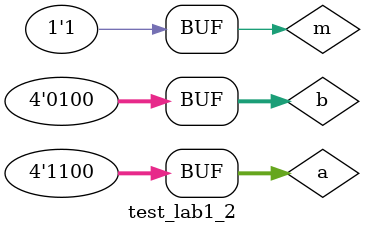
<source format=v>
`timescale 1ns / 1ps


module test_lab1_2;

    reg [3:0] a;
    reg [3:0] b;
    reg m;
    wire [3:0] s;
    wire v;
    
    lab1_2 U0(
        .s(s),
        .v(v),
        .a(a),
        .b(b),
        .m(m)
    );
    
    initial begin
               m = 1'b0; a = 4'sd3;  b = 4'sd4;     // s = 7, v = 0    
        #10    m = 1'b1; a = 4'sd3;  b = 4'sd4;     // s = -1, v = 0
        #10    m = 1'b0; a = -4'sd4; b = 4'sd4;     // s = 0, v = 0
        #10    m = 1'b1; a = -4'sd4; b = 4'sd5;     // s = 7, v = 1
        #10    m = 1'b1; a = 4'sd4;  b = -4'sd4;    // s = -8, v = 1
        #10    m = 1'b1; a = -4'sd4; b = 4'sd4;     // s = -8, v = 0
    end
    
endmodule

</source>
